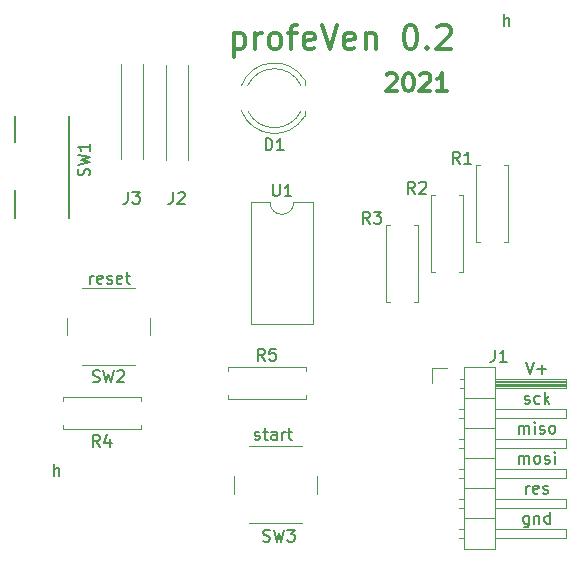
<source format=gbr>
%TF.GenerationSoftware,KiCad,Pcbnew,5.1.10-88a1d61d58~88~ubuntu18.04.1*%
%TF.CreationDate,2021-12-28T00:11:02+01:00*%
%TF.ProjectId,tuchoVen,74756368-6f56-4656-9e2e-6b696361645f,rev?*%
%TF.SameCoordinates,Original*%
%TF.FileFunction,Legend,Top*%
%TF.FilePolarity,Positive*%
%FSLAX46Y46*%
G04 Gerber Fmt 4.6, Leading zero omitted, Abs format (unit mm)*
G04 Created by KiCad (PCBNEW 5.1.10-88a1d61d58~88~ubuntu18.04.1) date 2021-12-28 00:11:02*
%MOMM*%
%LPD*%
G01*
G04 APERTURE LIST*
%ADD10C,0.150000*%
%ADD11C,0.300000*%
%ADD12C,0.120000*%
G04 APERTURE END LIST*
D10*
X123420380Y-87272761D02*
X123515619Y-87320380D01*
X123706095Y-87320380D01*
X123801333Y-87272761D01*
X123848952Y-87177523D01*
X123848952Y-87129904D01*
X123801333Y-87034666D01*
X123706095Y-86987047D01*
X123563238Y-86987047D01*
X123468000Y-86939428D01*
X123420380Y-86844190D01*
X123420380Y-86796571D01*
X123468000Y-86701333D01*
X123563238Y-86653714D01*
X123706095Y-86653714D01*
X123801333Y-86701333D01*
X124134666Y-86653714D02*
X124515619Y-86653714D01*
X124277523Y-86320380D02*
X124277523Y-87177523D01*
X124325142Y-87272761D01*
X124420380Y-87320380D01*
X124515619Y-87320380D01*
X125277523Y-87320380D02*
X125277523Y-86796571D01*
X125229904Y-86701333D01*
X125134666Y-86653714D01*
X124944190Y-86653714D01*
X124848952Y-86701333D01*
X125277523Y-87272761D02*
X125182285Y-87320380D01*
X124944190Y-87320380D01*
X124848952Y-87272761D01*
X124801333Y-87177523D01*
X124801333Y-87082285D01*
X124848952Y-86987047D01*
X124944190Y-86939428D01*
X125182285Y-86939428D01*
X125277523Y-86891809D01*
X125753714Y-87320380D02*
X125753714Y-86653714D01*
X125753714Y-86844190D02*
X125801333Y-86748952D01*
X125848952Y-86701333D01*
X125944190Y-86653714D01*
X126039428Y-86653714D01*
X126229904Y-86653714D02*
X126610857Y-86653714D01*
X126372761Y-86320380D02*
X126372761Y-87177523D01*
X126420380Y-87272761D01*
X126515619Y-87320380D01*
X126610857Y-87320380D01*
X109505952Y-74112380D02*
X109505952Y-73445714D01*
X109505952Y-73636190D02*
X109553571Y-73540952D01*
X109601190Y-73493333D01*
X109696428Y-73445714D01*
X109791666Y-73445714D01*
X110505952Y-74064761D02*
X110410714Y-74112380D01*
X110220238Y-74112380D01*
X110125000Y-74064761D01*
X110077380Y-73969523D01*
X110077380Y-73588571D01*
X110125000Y-73493333D01*
X110220238Y-73445714D01*
X110410714Y-73445714D01*
X110505952Y-73493333D01*
X110553571Y-73588571D01*
X110553571Y-73683809D01*
X110077380Y-73779047D01*
X110934523Y-74064761D02*
X111029761Y-74112380D01*
X111220238Y-74112380D01*
X111315476Y-74064761D01*
X111363095Y-73969523D01*
X111363095Y-73921904D01*
X111315476Y-73826666D01*
X111220238Y-73779047D01*
X111077380Y-73779047D01*
X110982142Y-73731428D01*
X110934523Y-73636190D01*
X110934523Y-73588571D01*
X110982142Y-73493333D01*
X111077380Y-73445714D01*
X111220238Y-73445714D01*
X111315476Y-73493333D01*
X112172619Y-74064761D02*
X112077380Y-74112380D01*
X111886904Y-74112380D01*
X111791666Y-74064761D01*
X111744047Y-73969523D01*
X111744047Y-73588571D01*
X111791666Y-73493333D01*
X111886904Y-73445714D01*
X112077380Y-73445714D01*
X112172619Y-73493333D01*
X112220238Y-73588571D01*
X112220238Y-73683809D01*
X111744047Y-73779047D01*
X112505952Y-73445714D02*
X112886904Y-73445714D01*
X112648809Y-73112380D02*
X112648809Y-73969523D01*
X112696428Y-74064761D01*
X112791666Y-74112380D01*
X112886904Y-74112380D01*
X146629523Y-93765714D02*
X146629523Y-94575238D01*
X146581904Y-94670476D01*
X146534285Y-94718095D01*
X146439047Y-94765714D01*
X146296190Y-94765714D01*
X146200952Y-94718095D01*
X146629523Y-94384761D02*
X146534285Y-94432380D01*
X146343809Y-94432380D01*
X146248571Y-94384761D01*
X146200952Y-94337142D01*
X146153333Y-94241904D01*
X146153333Y-93956190D01*
X146200952Y-93860952D01*
X146248571Y-93813333D01*
X146343809Y-93765714D01*
X146534285Y-93765714D01*
X146629523Y-93813333D01*
X147105714Y-93765714D02*
X147105714Y-94432380D01*
X147105714Y-93860952D02*
X147153333Y-93813333D01*
X147248571Y-93765714D01*
X147391428Y-93765714D01*
X147486666Y-93813333D01*
X147534285Y-93908571D01*
X147534285Y-94432380D01*
X148439047Y-94432380D02*
X148439047Y-93432380D01*
X148439047Y-94384761D02*
X148343809Y-94432380D01*
X148153333Y-94432380D01*
X148058095Y-94384761D01*
X148010476Y-94337142D01*
X147962857Y-94241904D01*
X147962857Y-93956190D01*
X148010476Y-93860952D01*
X148058095Y-93813333D01*
X148153333Y-93765714D01*
X148343809Y-93765714D01*
X148439047Y-93813333D01*
X146415238Y-91892380D02*
X146415238Y-91225714D01*
X146415238Y-91416190D02*
X146462857Y-91320952D01*
X146510476Y-91273333D01*
X146605714Y-91225714D01*
X146700952Y-91225714D01*
X147415238Y-91844761D02*
X147320000Y-91892380D01*
X147129523Y-91892380D01*
X147034285Y-91844761D01*
X146986666Y-91749523D01*
X146986666Y-91368571D01*
X147034285Y-91273333D01*
X147129523Y-91225714D01*
X147320000Y-91225714D01*
X147415238Y-91273333D01*
X147462857Y-91368571D01*
X147462857Y-91463809D01*
X146986666Y-91559047D01*
X147843809Y-91844761D02*
X147939047Y-91892380D01*
X148129523Y-91892380D01*
X148224761Y-91844761D01*
X148272380Y-91749523D01*
X148272380Y-91701904D01*
X148224761Y-91606666D01*
X148129523Y-91559047D01*
X147986666Y-91559047D01*
X147891428Y-91511428D01*
X147843809Y-91416190D01*
X147843809Y-91368571D01*
X147891428Y-91273333D01*
X147986666Y-91225714D01*
X148129523Y-91225714D01*
X148224761Y-91273333D01*
X145796190Y-89352380D02*
X145796190Y-88685714D01*
X145796190Y-88780952D02*
X145843809Y-88733333D01*
X145939047Y-88685714D01*
X146081904Y-88685714D01*
X146177142Y-88733333D01*
X146224761Y-88828571D01*
X146224761Y-89352380D01*
X146224761Y-88828571D02*
X146272380Y-88733333D01*
X146367619Y-88685714D01*
X146510476Y-88685714D01*
X146605714Y-88733333D01*
X146653333Y-88828571D01*
X146653333Y-89352380D01*
X147272380Y-89352380D02*
X147177142Y-89304761D01*
X147129523Y-89257142D01*
X147081904Y-89161904D01*
X147081904Y-88876190D01*
X147129523Y-88780952D01*
X147177142Y-88733333D01*
X147272380Y-88685714D01*
X147415238Y-88685714D01*
X147510476Y-88733333D01*
X147558095Y-88780952D01*
X147605714Y-88876190D01*
X147605714Y-89161904D01*
X147558095Y-89257142D01*
X147510476Y-89304761D01*
X147415238Y-89352380D01*
X147272380Y-89352380D01*
X147986666Y-89304761D02*
X148081904Y-89352380D01*
X148272380Y-89352380D01*
X148367619Y-89304761D01*
X148415238Y-89209523D01*
X148415238Y-89161904D01*
X148367619Y-89066666D01*
X148272380Y-89019047D01*
X148129523Y-89019047D01*
X148034285Y-88971428D01*
X147986666Y-88876190D01*
X147986666Y-88828571D01*
X148034285Y-88733333D01*
X148129523Y-88685714D01*
X148272380Y-88685714D01*
X148367619Y-88733333D01*
X148843809Y-89352380D02*
X148843809Y-88685714D01*
X148843809Y-88352380D02*
X148796190Y-88400000D01*
X148843809Y-88447619D01*
X148891428Y-88400000D01*
X148843809Y-88352380D01*
X148843809Y-88447619D01*
X145796190Y-86812380D02*
X145796190Y-86145714D01*
X145796190Y-86240952D02*
X145843809Y-86193333D01*
X145939047Y-86145714D01*
X146081904Y-86145714D01*
X146177142Y-86193333D01*
X146224761Y-86288571D01*
X146224761Y-86812380D01*
X146224761Y-86288571D02*
X146272380Y-86193333D01*
X146367619Y-86145714D01*
X146510476Y-86145714D01*
X146605714Y-86193333D01*
X146653333Y-86288571D01*
X146653333Y-86812380D01*
X147129523Y-86812380D02*
X147129523Y-86145714D01*
X147129523Y-85812380D02*
X147081904Y-85860000D01*
X147129523Y-85907619D01*
X147177142Y-85860000D01*
X147129523Y-85812380D01*
X147129523Y-85907619D01*
X147558095Y-86764761D02*
X147653333Y-86812380D01*
X147843809Y-86812380D01*
X147939047Y-86764761D01*
X147986666Y-86669523D01*
X147986666Y-86621904D01*
X147939047Y-86526666D01*
X147843809Y-86479047D01*
X147700952Y-86479047D01*
X147605714Y-86431428D01*
X147558095Y-86336190D01*
X147558095Y-86288571D01*
X147605714Y-86193333D01*
X147700952Y-86145714D01*
X147843809Y-86145714D01*
X147939047Y-86193333D01*
X148558095Y-86812380D02*
X148462857Y-86764761D01*
X148415238Y-86717142D01*
X148367619Y-86621904D01*
X148367619Y-86336190D01*
X148415238Y-86240952D01*
X148462857Y-86193333D01*
X148558095Y-86145714D01*
X148700952Y-86145714D01*
X148796190Y-86193333D01*
X148843809Y-86240952D01*
X148891428Y-86336190D01*
X148891428Y-86621904D01*
X148843809Y-86717142D01*
X148796190Y-86764761D01*
X148700952Y-86812380D01*
X148558095Y-86812380D01*
X146272380Y-84224761D02*
X146367619Y-84272380D01*
X146558095Y-84272380D01*
X146653333Y-84224761D01*
X146700952Y-84129523D01*
X146700952Y-84081904D01*
X146653333Y-83986666D01*
X146558095Y-83939047D01*
X146415238Y-83939047D01*
X146320000Y-83891428D01*
X146272380Y-83796190D01*
X146272380Y-83748571D01*
X146320000Y-83653333D01*
X146415238Y-83605714D01*
X146558095Y-83605714D01*
X146653333Y-83653333D01*
X147558095Y-84224761D02*
X147462857Y-84272380D01*
X147272380Y-84272380D01*
X147177142Y-84224761D01*
X147129523Y-84177142D01*
X147081904Y-84081904D01*
X147081904Y-83796190D01*
X147129523Y-83700952D01*
X147177142Y-83653333D01*
X147272380Y-83605714D01*
X147462857Y-83605714D01*
X147558095Y-83653333D01*
X147986666Y-84272380D02*
X147986666Y-83272380D01*
X148081904Y-83891428D02*
X148367619Y-84272380D01*
X148367619Y-83605714D02*
X147986666Y-83986666D01*
X146367619Y-80732380D02*
X146700952Y-81732380D01*
X147034285Y-80732380D01*
X147367619Y-81351428D02*
X148129523Y-81351428D01*
X147748571Y-81732380D02*
X147748571Y-80970476D01*
D11*
X134588571Y-56471428D02*
X134660000Y-56400000D01*
X134802857Y-56328571D01*
X135160000Y-56328571D01*
X135302857Y-56400000D01*
X135374285Y-56471428D01*
X135445714Y-56614285D01*
X135445714Y-56757142D01*
X135374285Y-56971428D01*
X134517142Y-57828571D01*
X135445714Y-57828571D01*
X136374285Y-56328571D02*
X136517142Y-56328571D01*
X136660000Y-56400000D01*
X136731428Y-56471428D01*
X136802857Y-56614285D01*
X136874285Y-56900000D01*
X136874285Y-57257142D01*
X136802857Y-57542857D01*
X136731428Y-57685714D01*
X136660000Y-57757142D01*
X136517142Y-57828571D01*
X136374285Y-57828571D01*
X136231428Y-57757142D01*
X136160000Y-57685714D01*
X136088571Y-57542857D01*
X136017142Y-57257142D01*
X136017142Y-56900000D01*
X136088571Y-56614285D01*
X136160000Y-56471428D01*
X136231428Y-56400000D01*
X136374285Y-56328571D01*
X137445714Y-56471428D02*
X137517142Y-56400000D01*
X137660000Y-56328571D01*
X138017142Y-56328571D01*
X138160000Y-56400000D01*
X138231428Y-56471428D01*
X138302857Y-56614285D01*
X138302857Y-56757142D01*
X138231428Y-56971428D01*
X137374285Y-57828571D01*
X138302857Y-57828571D01*
X139731428Y-57828571D02*
X138874285Y-57828571D01*
X139302857Y-57828571D02*
X139302857Y-56328571D01*
X139160000Y-56542857D01*
X139017142Y-56685714D01*
X138874285Y-56757142D01*
X121667142Y-52911428D02*
X121667142Y-54911428D01*
X121667142Y-53006666D02*
X121857619Y-52911428D01*
X122238571Y-52911428D01*
X122429047Y-53006666D01*
X122524285Y-53101904D01*
X122619523Y-53292380D01*
X122619523Y-53863809D01*
X122524285Y-54054285D01*
X122429047Y-54149523D01*
X122238571Y-54244761D01*
X121857619Y-54244761D01*
X121667142Y-54149523D01*
X123476666Y-54244761D02*
X123476666Y-52911428D01*
X123476666Y-53292380D02*
X123571904Y-53101904D01*
X123667142Y-53006666D01*
X123857619Y-52911428D01*
X124048095Y-52911428D01*
X125000476Y-54244761D02*
X124810000Y-54149523D01*
X124714761Y-54054285D01*
X124619523Y-53863809D01*
X124619523Y-53292380D01*
X124714761Y-53101904D01*
X124810000Y-53006666D01*
X125000476Y-52911428D01*
X125286190Y-52911428D01*
X125476666Y-53006666D01*
X125571904Y-53101904D01*
X125667142Y-53292380D01*
X125667142Y-53863809D01*
X125571904Y-54054285D01*
X125476666Y-54149523D01*
X125286190Y-54244761D01*
X125000476Y-54244761D01*
X126238571Y-52911428D02*
X127000476Y-52911428D01*
X126524285Y-54244761D02*
X126524285Y-52530476D01*
X126619523Y-52340000D01*
X126810000Y-52244761D01*
X127000476Y-52244761D01*
X128429047Y-54149523D02*
X128238571Y-54244761D01*
X127857619Y-54244761D01*
X127667142Y-54149523D01*
X127571904Y-53959047D01*
X127571904Y-53197142D01*
X127667142Y-53006666D01*
X127857619Y-52911428D01*
X128238571Y-52911428D01*
X128429047Y-53006666D01*
X128524285Y-53197142D01*
X128524285Y-53387619D01*
X127571904Y-53578095D01*
X129095714Y-52244761D02*
X129762380Y-54244761D01*
X130429047Y-52244761D01*
X131857619Y-54149523D02*
X131667142Y-54244761D01*
X131286190Y-54244761D01*
X131095714Y-54149523D01*
X131000476Y-53959047D01*
X131000476Y-53197142D01*
X131095714Y-53006666D01*
X131286190Y-52911428D01*
X131667142Y-52911428D01*
X131857619Y-53006666D01*
X131952857Y-53197142D01*
X131952857Y-53387619D01*
X131000476Y-53578095D01*
X132810000Y-52911428D02*
X132810000Y-54244761D01*
X132810000Y-53101904D02*
X132905238Y-53006666D01*
X133095714Y-52911428D01*
X133381428Y-52911428D01*
X133571904Y-53006666D01*
X133667142Y-53197142D01*
X133667142Y-54244761D01*
X136524285Y-52244761D02*
X136714761Y-52244761D01*
X136905238Y-52340000D01*
X137000476Y-52435238D01*
X137095714Y-52625714D01*
X137190952Y-53006666D01*
X137190952Y-53482857D01*
X137095714Y-53863809D01*
X137000476Y-54054285D01*
X136905238Y-54149523D01*
X136714761Y-54244761D01*
X136524285Y-54244761D01*
X136333809Y-54149523D01*
X136238571Y-54054285D01*
X136143333Y-53863809D01*
X136048095Y-53482857D01*
X136048095Y-53006666D01*
X136143333Y-52625714D01*
X136238571Y-52435238D01*
X136333809Y-52340000D01*
X136524285Y-52244761D01*
X138048095Y-54054285D02*
X138143333Y-54149523D01*
X138048095Y-54244761D01*
X137952857Y-54149523D01*
X138048095Y-54054285D01*
X138048095Y-54244761D01*
X138905238Y-52435238D02*
X139000476Y-52340000D01*
X139190952Y-52244761D01*
X139667142Y-52244761D01*
X139857619Y-52340000D01*
X139952857Y-52435238D01*
X140048095Y-52625714D01*
X140048095Y-52816190D01*
X139952857Y-53101904D01*
X138810000Y-54244761D01*
X140048095Y-54244761D01*
D12*
%TO.C,U1*%
X124730000Y-67250000D02*
X123080000Y-67250000D01*
X123080000Y-67250000D02*
X123080000Y-77530000D01*
X123080000Y-77530000D02*
X128380000Y-77530000D01*
X128380000Y-77530000D02*
X128380000Y-67250000D01*
X128380000Y-67250000D02*
X126730000Y-67250000D01*
X126730000Y-67250000D02*
G75*
G02*
X124730000Y-67250000I-1000000J0D01*
G01*
%TO.C,SW3*%
X122920000Y-94400000D02*
X127420000Y-94400000D01*
X121670000Y-90400000D02*
X121670000Y-91900000D01*
X127420000Y-87900000D02*
X122920000Y-87900000D01*
X128670000Y-91900000D02*
X128670000Y-90400000D01*
%TO.C,SW2*%
X113300000Y-74510000D02*
X108800000Y-74510000D01*
X114550000Y-78510000D02*
X114550000Y-77010000D01*
X108800000Y-81010000D02*
X113300000Y-81010000D01*
X107550000Y-77010000D02*
X107550000Y-78510000D01*
D10*
%TO.C,SW1*%
X107710000Y-59930000D02*
X107710000Y-68530000D01*
X103110000Y-59930000D02*
X103110000Y-62130000D01*
X103110000Y-66230000D02*
X103110000Y-68530000D01*
D12*
%TO.C,R5*%
X121190000Y-81510000D02*
X121190000Y-81180000D01*
X121190000Y-81180000D02*
X127730000Y-81180000D01*
X127730000Y-81180000D02*
X127730000Y-81510000D01*
X121190000Y-83590000D02*
X121190000Y-83920000D01*
X121190000Y-83920000D02*
X127730000Y-83920000D01*
X127730000Y-83920000D02*
X127730000Y-83590000D01*
%TO.C,R4*%
X113760000Y-86130000D02*
X113760000Y-86460000D01*
X113760000Y-86460000D02*
X107220000Y-86460000D01*
X107220000Y-86460000D02*
X107220000Y-86130000D01*
X113760000Y-84050000D02*
X113760000Y-83720000D01*
X113760000Y-83720000D02*
X107220000Y-83720000D01*
X107220000Y-83720000D02*
X107220000Y-84050000D01*
%TO.C,R3*%
X136930000Y-69120000D02*
X137260000Y-69120000D01*
X137260000Y-69120000D02*
X137260000Y-75660000D01*
X137260000Y-75660000D02*
X136930000Y-75660000D01*
X134850000Y-69120000D02*
X134520000Y-69120000D01*
X134520000Y-69120000D02*
X134520000Y-75660000D01*
X134520000Y-75660000D02*
X134850000Y-75660000D01*
%TO.C,R2*%
X140740000Y-66580000D02*
X141070000Y-66580000D01*
X141070000Y-66580000D02*
X141070000Y-73120000D01*
X141070000Y-73120000D02*
X140740000Y-73120000D01*
X138660000Y-66580000D02*
X138330000Y-66580000D01*
X138330000Y-66580000D02*
X138330000Y-73120000D01*
X138330000Y-73120000D02*
X138660000Y-73120000D01*
%TO.C,R1*%
X144550000Y-64040000D02*
X144880000Y-64040000D01*
X144880000Y-64040000D02*
X144880000Y-70580000D01*
X144880000Y-70580000D02*
X144550000Y-70580000D01*
X142470000Y-64040000D02*
X142140000Y-64040000D01*
X142140000Y-64040000D02*
X142140000Y-70580000D01*
X142140000Y-70580000D02*
X142470000Y-70580000D01*
%TO.C,J3*%
X112070000Y-63585000D02*
X112070000Y-55530000D01*
X113990000Y-63585000D02*
X113990000Y-55530000D01*
%TO.C,J2*%
X115880000Y-63625000D02*
X115880000Y-55570000D01*
X117800000Y-63625000D02*
X117800000Y-55570000D01*
%TO.C,J1*%
X141140000Y-81220000D02*
X141140000Y-96580000D01*
X141140000Y-96580000D02*
X143800000Y-96580000D01*
X143800000Y-96580000D02*
X143800000Y-81220000D01*
X143800000Y-81220000D02*
X141140000Y-81220000D01*
X143800000Y-82170000D02*
X149800000Y-82170000D01*
X149800000Y-82170000D02*
X149800000Y-82930000D01*
X149800000Y-82930000D02*
X143800000Y-82930000D01*
X143800000Y-82230000D02*
X149800000Y-82230000D01*
X143800000Y-82350000D02*
X149800000Y-82350000D01*
X143800000Y-82470000D02*
X149800000Y-82470000D01*
X143800000Y-82590000D02*
X149800000Y-82590000D01*
X143800000Y-82710000D02*
X149800000Y-82710000D01*
X143800000Y-82830000D02*
X149800000Y-82830000D01*
X140810000Y-82170000D02*
X141140000Y-82170000D01*
X140810000Y-82930000D02*
X141140000Y-82930000D01*
X141140000Y-83820000D02*
X143800000Y-83820000D01*
X143800000Y-84710000D02*
X149800000Y-84710000D01*
X149800000Y-84710000D02*
X149800000Y-85470000D01*
X149800000Y-85470000D02*
X143800000Y-85470000D01*
X140742929Y-84710000D02*
X141140000Y-84710000D01*
X140742929Y-85470000D02*
X141140000Y-85470000D01*
X141140000Y-86360000D02*
X143800000Y-86360000D01*
X143800000Y-87250000D02*
X149800000Y-87250000D01*
X149800000Y-87250000D02*
X149800000Y-88010000D01*
X149800000Y-88010000D02*
X143800000Y-88010000D01*
X140742929Y-87250000D02*
X141140000Y-87250000D01*
X140742929Y-88010000D02*
X141140000Y-88010000D01*
X141140000Y-88900000D02*
X143800000Y-88900000D01*
X143800000Y-89790000D02*
X149800000Y-89790000D01*
X149800000Y-89790000D02*
X149800000Y-90550000D01*
X149800000Y-90550000D02*
X143800000Y-90550000D01*
X140742929Y-89790000D02*
X141140000Y-89790000D01*
X140742929Y-90550000D02*
X141140000Y-90550000D01*
X141140000Y-91440000D02*
X143800000Y-91440000D01*
X143800000Y-92330000D02*
X149800000Y-92330000D01*
X149800000Y-92330000D02*
X149800000Y-93090000D01*
X149800000Y-93090000D02*
X143800000Y-93090000D01*
X140742929Y-92330000D02*
X141140000Y-92330000D01*
X140742929Y-93090000D02*
X141140000Y-93090000D01*
X141140000Y-93980000D02*
X143800000Y-93980000D01*
X143800000Y-94870000D02*
X149800000Y-94870000D01*
X149800000Y-94870000D02*
X149800000Y-95630000D01*
X149800000Y-95630000D02*
X143800000Y-95630000D01*
X140742929Y-94870000D02*
X141140000Y-94870000D01*
X140742929Y-95630000D02*
X141140000Y-95630000D01*
X138430000Y-82550000D02*
X138430000Y-81280000D01*
X138430000Y-81280000D02*
X139700000Y-81280000D01*
%TO.C,D1*%
X127655000Y-59965000D02*
X127655000Y-59500000D01*
X127655000Y-57340000D02*
X127655000Y-56875000D01*
X122840521Y-57339571D02*
G75*
G02*
X127349684Y-57340000I2254479J-1080429D01*
G01*
X122840521Y-59500429D02*
G75*
G03*
X127349684Y-59500000I2254479J1080429D01*
G01*
X122307185Y-57339173D02*
G75*
G02*
X127655000Y-56875170I2787815J-1080827D01*
G01*
X122307185Y-59500827D02*
G75*
G03*
X127655000Y-59964830I2787815J1080827D01*
G01*
%TO.C,h*%
D10*
X144565714Y-52332380D02*
X144565714Y-51332380D01*
X144994285Y-52332380D02*
X144994285Y-51808571D01*
X144946666Y-51713333D01*
X144851428Y-51665714D01*
X144708571Y-51665714D01*
X144613333Y-51713333D01*
X144565714Y-51760952D01*
X106465714Y-90432380D02*
X106465714Y-89432380D01*
X106894285Y-90432380D02*
X106894285Y-89908571D01*
X106846666Y-89813333D01*
X106751428Y-89765714D01*
X106608571Y-89765714D01*
X106513333Y-89813333D01*
X106465714Y-89860952D01*
%TO.C,U1*%
X124968095Y-65702380D02*
X124968095Y-66511904D01*
X125015714Y-66607142D01*
X125063333Y-66654761D01*
X125158571Y-66702380D01*
X125349047Y-66702380D01*
X125444285Y-66654761D01*
X125491904Y-66607142D01*
X125539523Y-66511904D01*
X125539523Y-65702380D01*
X126539523Y-66702380D02*
X125968095Y-66702380D01*
X126253809Y-66702380D02*
X126253809Y-65702380D01*
X126158571Y-65845238D01*
X126063333Y-65940476D01*
X125968095Y-65988095D01*
%TO.C,SW3*%
X124142666Y-95908761D02*
X124285523Y-95956380D01*
X124523619Y-95956380D01*
X124618857Y-95908761D01*
X124666476Y-95861142D01*
X124714095Y-95765904D01*
X124714095Y-95670666D01*
X124666476Y-95575428D01*
X124618857Y-95527809D01*
X124523619Y-95480190D01*
X124333142Y-95432571D01*
X124237904Y-95384952D01*
X124190285Y-95337333D01*
X124142666Y-95242095D01*
X124142666Y-95146857D01*
X124190285Y-95051619D01*
X124237904Y-95004000D01*
X124333142Y-94956380D01*
X124571238Y-94956380D01*
X124714095Y-95004000D01*
X125047428Y-94956380D02*
X125285523Y-95956380D01*
X125476000Y-95242095D01*
X125666476Y-95956380D01*
X125904571Y-94956380D01*
X126190285Y-94956380D02*
X126809333Y-94956380D01*
X126476000Y-95337333D01*
X126618857Y-95337333D01*
X126714095Y-95384952D01*
X126761714Y-95432571D01*
X126809333Y-95527809D01*
X126809333Y-95765904D01*
X126761714Y-95861142D01*
X126714095Y-95908761D01*
X126618857Y-95956380D01*
X126333142Y-95956380D01*
X126237904Y-95908761D01*
X126190285Y-95861142D01*
%TO.C,SW2*%
X109716666Y-82414761D02*
X109859523Y-82462380D01*
X110097619Y-82462380D01*
X110192857Y-82414761D01*
X110240476Y-82367142D01*
X110288095Y-82271904D01*
X110288095Y-82176666D01*
X110240476Y-82081428D01*
X110192857Y-82033809D01*
X110097619Y-81986190D01*
X109907142Y-81938571D01*
X109811904Y-81890952D01*
X109764285Y-81843333D01*
X109716666Y-81748095D01*
X109716666Y-81652857D01*
X109764285Y-81557619D01*
X109811904Y-81510000D01*
X109907142Y-81462380D01*
X110145238Y-81462380D01*
X110288095Y-81510000D01*
X110621428Y-81462380D02*
X110859523Y-82462380D01*
X111050000Y-81748095D01*
X111240476Y-82462380D01*
X111478571Y-81462380D01*
X111811904Y-81557619D02*
X111859523Y-81510000D01*
X111954761Y-81462380D01*
X112192857Y-81462380D01*
X112288095Y-81510000D01*
X112335714Y-81557619D01*
X112383333Y-81652857D01*
X112383333Y-81748095D01*
X112335714Y-81890952D01*
X111764285Y-82462380D01*
X112383333Y-82462380D01*
%TO.C,SW1*%
X109414761Y-64963333D02*
X109462380Y-64820476D01*
X109462380Y-64582380D01*
X109414761Y-64487142D01*
X109367142Y-64439523D01*
X109271904Y-64391904D01*
X109176666Y-64391904D01*
X109081428Y-64439523D01*
X109033809Y-64487142D01*
X108986190Y-64582380D01*
X108938571Y-64772857D01*
X108890952Y-64868095D01*
X108843333Y-64915714D01*
X108748095Y-64963333D01*
X108652857Y-64963333D01*
X108557619Y-64915714D01*
X108510000Y-64868095D01*
X108462380Y-64772857D01*
X108462380Y-64534761D01*
X108510000Y-64391904D01*
X108462380Y-64058571D02*
X109462380Y-63820476D01*
X108748095Y-63630000D01*
X109462380Y-63439523D01*
X108462380Y-63201428D01*
X109462380Y-62296666D02*
X109462380Y-62868095D01*
X109462380Y-62582380D02*
X108462380Y-62582380D01*
X108605238Y-62677619D01*
X108700476Y-62772857D01*
X108748095Y-62868095D01*
%TO.C,R5*%
X124293333Y-80632380D02*
X123960000Y-80156190D01*
X123721904Y-80632380D02*
X123721904Y-79632380D01*
X124102857Y-79632380D01*
X124198095Y-79680000D01*
X124245714Y-79727619D01*
X124293333Y-79822857D01*
X124293333Y-79965714D01*
X124245714Y-80060952D01*
X124198095Y-80108571D01*
X124102857Y-80156190D01*
X123721904Y-80156190D01*
X125198095Y-79632380D02*
X124721904Y-79632380D01*
X124674285Y-80108571D01*
X124721904Y-80060952D01*
X124817142Y-80013333D01*
X125055238Y-80013333D01*
X125150476Y-80060952D01*
X125198095Y-80108571D01*
X125245714Y-80203809D01*
X125245714Y-80441904D01*
X125198095Y-80537142D01*
X125150476Y-80584761D01*
X125055238Y-80632380D01*
X124817142Y-80632380D01*
X124721904Y-80584761D01*
X124674285Y-80537142D01*
%TO.C,R4*%
X110323333Y-87912380D02*
X109990000Y-87436190D01*
X109751904Y-87912380D02*
X109751904Y-86912380D01*
X110132857Y-86912380D01*
X110228095Y-86960000D01*
X110275714Y-87007619D01*
X110323333Y-87102857D01*
X110323333Y-87245714D01*
X110275714Y-87340952D01*
X110228095Y-87388571D01*
X110132857Y-87436190D01*
X109751904Y-87436190D01*
X111180476Y-87245714D02*
X111180476Y-87912380D01*
X110942380Y-86864761D02*
X110704285Y-87579047D01*
X111323333Y-87579047D01*
%TO.C,R3*%
X133183333Y-69032380D02*
X132850000Y-68556190D01*
X132611904Y-69032380D02*
X132611904Y-68032380D01*
X132992857Y-68032380D01*
X133088095Y-68080000D01*
X133135714Y-68127619D01*
X133183333Y-68222857D01*
X133183333Y-68365714D01*
X133135714Y-68460952D01*
X133088095Y-68508571D01*
X132992857Y-68556190D01*
X132611904Y-68556190D01*
X133516666Y-68032380D02*
X134135714Y-68032380D01*
X133802380Y-68413333D01*
X133945238Y-68413333D01*
X134040476Y-68460952D01*
X134088095Y-68508571D01*
X134135714Y-68603809D01*
X134135714Y-68841904D01*
X134088095Y-68937142D01*
X134040476Y-68984761D01*
X133945238Y-69032380D01*
X133659523Y-69032380D01*
X133564285Y-68984761D01*
X133516666Y-68937142D01*
%TO.C,R2*%
X136993333Y-66492380D02*
X136660000Y-66016190D01*
X136421904Y-66492380D02*
X136421904Y-65492380D01*
X136802857Y-65492380D01*
X136898095Y-65540000D01*
X136945714Y-65587619D01*
X136993333Y-65682857D01*
X136993333Y-65825714D01*
X136945714Y-65920952D01*
X136898095Y-65968571D01*
X136802857Y-66016190D01*
X136421904Y-66016190D01*
X137374285Y-65587619D02*
X137421904Y-65540000D01*
X137517142Y-65492380D01*
X137755238Y-65492380D01*
X137850476Y-65540000D01*
X137898095Y-65587619D01*
X137945714Y-65682857D01*
X137945714Y-65778095D01*
X137898095Y-65920952D01*
X137326666Y-66492380D01*
X137945714Y-66492380D01*
%TO.C,R1*%
X140803333Y-63952380D02*
X140470000Y-63476190D01*
X140231904Y-63952380D02*
X140231904Y-62952380D01*
X140612857Y-62952380D01*
X140708095Y-63000000D01*
X140755714Y-63047619D01*
X140803333Y-63142857D01*
X140803333Y-63285714D01*
X140755714Y-63380952D01*
X140708095Y-63428571D01*
X140612857Y-63476190D01*
X140231904Y-63476190D01*
X141755714Y-63952380D02*
X141184285Y-63952380D01*
X141470000Y-63952380D02*
X141470000Y-62952380D01*
X141374761Y-63095238D01*
X141279523Y-63190476D01*
X141184285Y-63238095D01*
%TO.C,J3*%
X112696666Y-66342380D02*
X112696666Y-67056666D01*
X112649047Y-67199523D01*
X112553809Y-67294761D01*
X112410952Y-67342380D01*
X112315714Y-67342380D01*
X113077619Y-66342380D02*
X113696666Y-66342380D01*
X113363333Y-66723333D01*
X113506190Y-66723333D01*
X113601428Y-66770952D01*
X113649047Y-66818571D01*
X113696666Y-66913809D01*
X113696666Y-67151904D01*
X113649047Y-67247142D01*
X113601428Y-67294761D01*
X113506190Y-67342380D01*
X113220476Y-67342380D01*
X113125238Y-67294761D01*
X113077619Y-67247142D01*
%TO.C,J2*%
X116506666Y-66382380D02*
X116506666Y-67096666D01*
X116459047Y-67239523D01*
X116363809Y-67334761D01*
X116220952Y-67382380D01*
X116125714Y-67382380D01*
X116935238Y-66477619D02*
X116982857Y-66430000D01*
X117078095Y-66382380D01*
X117316190Y-66382380D01*
X117411428Y-66430000D01*
X117459047Y-66477619D01*
X117506666Y-66572857D01*
X117506666Y-66668095D01*
X117459047Y-66810952D01*
X116887619Y-67382380D01*
X117506666Y-67382380D01*
%TO.C,J1*%
X143751666Y-79732380D02*
X143751666Y-80446666D01*
X143704047Y-80589523D01*
X143608809Y-80684761D01*
X143465952Y-80732380D01*
X143370714Y-80732380D01*
X144751666Y-80732380D02*
X144180238Y-80732380D01*
X144465952Y-80732380D02*
X144465952Y-79732380D01*
X144370714Y-79875238D01*
X144275476Y-79970476D01*
X144180238Y-80018095D01*
%TO.C,D1*%
X124356904Y-62832380D02*
X124356904Y-61832380D01*
X124595000Y-61832380D01*
X124737857Y-61880000D01*
X124833095Y-61975238D01*
X124880714Y-62070476D01*
X124928333Y-62260952D01*
X124928333Y-62403809D01*
X124880714Y-62594285D01*
X124833095Y-62689523D01*
X124737857Y-62784761D01*
X124595000Y-62832380D01*
X124356904Y-62832380D01*
X125880714Y-62832380D02*
X125309285Y-62832380D01*
X125595000Y-62832380D02*
X125595000Y-61832380D01*
X125499761Y-61975238D01*
X125404523Y-62070476D01*
X125309285Y-62118095D01*
%TD*%
M02*

</source>
